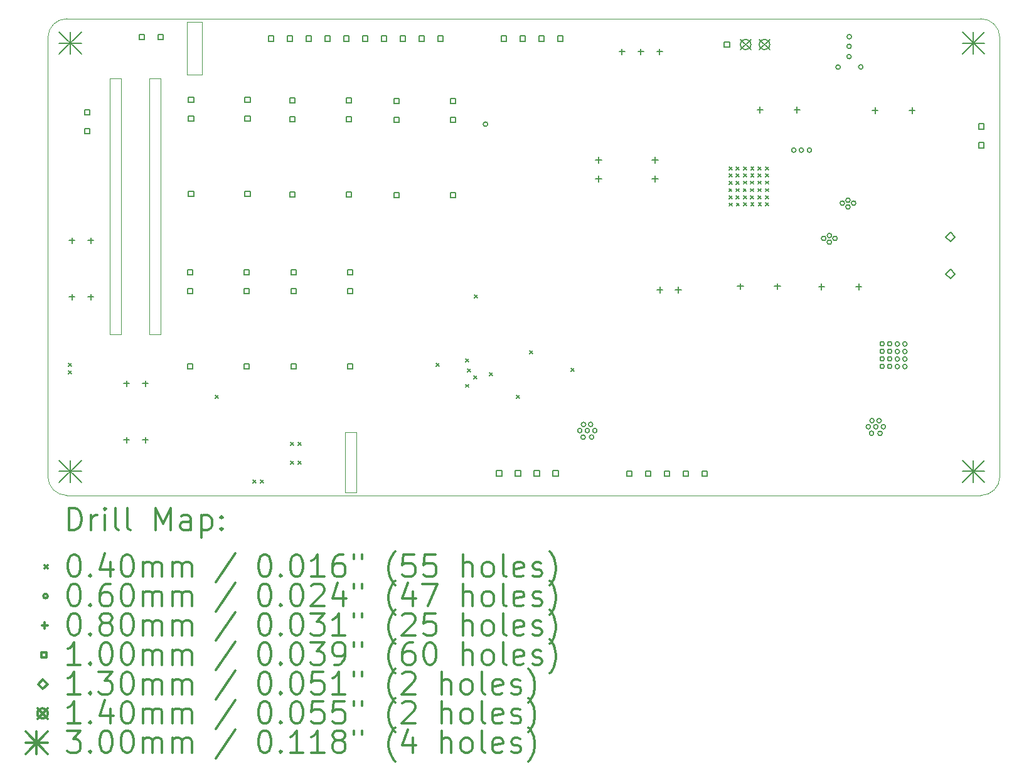
<source format=gbr>
%FSLAX45Y45*%
G04 Gerber Fmt 4.5, Leading zero omitted, Abs format (unit mm)*
G04 Created by KiCad (PCBNEW (5.1.4-0-10_14)) date 2019-11-24 22:14:01*
%MOMM*%
%LPD*%
G04 APERTURE LIST*
%ADD10C,0.050000*%
%ADD11C,0.200000*%
%ADD12C,0.300000*%
G04 APERTURE END LIST*
D10*
X10160000Y-5842000D02*
X9956800Y-5842000D01*
X10160000Y-6553200D02*
X10160000Y-5842000D01*
X9956800Y-6553200D02*
X10160000Y-6553200D01*
X9956800Y-5842000D02*
X9956800Y-6553200D01*
X9601200Y-10058400D02*
X9601200Y-6604000D01*
X9448800Y-10058400D02*
X9601200Y-10058400D01*
X9448800Y-6604000D02*
X9448800Y-10058400D01*
X9601200Y-6604000D02*
X9448800Y-6604000D01*
X12090400Y-11379200D02*
X12242800Y-11379200D01*
X12090400Y-12192000D02*
X12090400Y-11379200D01*
X12242800Y-12192000D02*
X12090400Y-12192000D01*
X12242800Y-11379200D02*
X12242800Y-12192000D01*
X8915400Y-10058400D02*
X8915400Y-6604000D01*
X9067800Y-10058400D02*
X8915400Y-10058400D01*
X9067800Y-6604000D02*
X9067800Y-10058400D01*
X8915400Y-6604000D02*
X9067800Y-6604000D01*
X8082300Y-6050100D02*
G75*
G02X8336300Y-5796100I254000J0D01*
G01*
X20672300Y-5796100D02*
G75*
G02X20926300Y-6050100I0J-254000D01*
G01*
X20926300Y-11975720D02*
G75*
G02X20672300Y-12229720I-254000J0D01*
G01*
X8336300Y-12229720D02*
G75*
G02X8082300Y-11975720I0J254000D01*
G01*
X20672300Y-5796100D02*
X8336300Y-5796100D01*
X20926300Y-11975720D02*
X20926300Y-6050100D01*
X8336300Y-12229720D02*
X20672300Y-12229720D01*
X8082300Y-6050100D02*
X8082300Y-11975720D01*
D11*
X8362000Y-10444800D02*
X8402000Y-10484800D01*
X8402000Y-10444800D02*
X8362000Y-10484800D01*
X8362000Y-10546400D02*
X8402000Y-10586400D01*
X8402000Y-10546400D02*
X8362000Y-10586400D01*
X10341940Y-10879470D02*
X10381940Y-10919470D01*
X10381940Y-10879470D02*
X10341940Y-10919470D01*
X10851200Y-12019600D02*
X10891200Y-12059600D01*
X10891200Y-12019600D02*
X10851200Y-12059600D01*
X10952800Y-12019600D02*
X10992800Y-12059600D01*
X10992800Y-12019600D02*
X10952800Y-12059600D01*
X11359200Y-11511600D02*
X11399200Y-11551600D01*
X11399200Y-11511600D02*
X11359200Y-11551600D01*
X11359200Y-11765600D02*
X11399200Y-11805600D01*
X11399200Y-11765600D02*
X11359200Y-11805600D01*
X11460800Y-11511600D02*
X11500800Y-11551600D01*
X11500800Y-11511600D02*
X11460800Y-11551600D01*
X11460800Y-11765600D02*
X11500800Y-11805600D01*
X11500800Y-11765600D02*
X11460800Y-11805600D01*
X13320810Y-10449010D02*
X13360810Y-10489010D01*
X13360810Y-10449010D02*
X13320810Y-10489010D01*
X13717890Y-10730240D02*
X13757890Y-10770240D01*
X13757890Y-10730240D02*
X13717890Y-10770240D01*
X13720560Y-10385820D02*
X13760560Y-10425820D01*
X13760560Y-10385820D02*
X13720560Y-10425820D01*
X13743270Y-10523090D02*
X13783270Y-10563090D01*
X13783270Y-10523090D02*
X13743270Y-10563090D01*
X13831960Y-10614970D02*
X13871960Y-10654970D01*
X13871960Y-10614970D02*
X13831960Y-10654970D01*
X13835650Y-9522260D02*
X13875650Y-9562260D01*
X13875650Y-9522260D02*
X13835650Y-9562260D01*
X14038680Y-10571730D02*
X14078680Y-10611730D01*
X14078680Y-10571730D02*
X14038680Y-10611730D01*
X14406360Y-10876060D02*
X14446360Y-10916060D01*
X14446360Y-10876060D02*
X14406360Y-10916060D01*
X14583880Y-10275310D02*
X14623880Y-10315310D01*
X14623880Y-10275310D02*
X14583880Y-10315310D01*
X15141620Y-10514340D02*
X15181620Y-10554340D01*
X15181620Y-10514340D02*
X15141620Y-10554340D01*
X17271000Y-8088950D02*
X17311000Y-8128950D01*
X17311000Y-8088950D02*
X17271000Y-8128950D01*
X17272300Y-7988620D02*
X17312300Y-8028620D01*
X17312300Y-7988620D02*
X17272300Y-8028620D01*
X17272300Y-8185470D02*
X17312300Y-8225470D01*
X17312300Y-8185470D02*
X17272300Y-8225470D01*
X17273600Y-7799390D02*
X17313600Y-7839390D01*
X17313600Y-7799390D02*
X17273600Y-7839390D01*
X17273600Y-7892100D02*
X17313600Y-7932100D01*
X17313600Y-7892100D02*
X17273600Y-7932100D01*
X17274900Y-8283260D02*
X17314900Y-8323260D01*
X17314900Y-8283260D02*
X17274900Y-8323260D01*
X17367600Y-8088950D02*
X17407600Y-8128950D01*
X17407600Y-8088950D02*
X17367600Y-8128950D01*
X17368800Y-7988620D02*
X17408800Y-8028620D01*
X17408800Y-7988620D02*
X17368800Y-8028620D01*
X17368800Y-8185470D02*
X17408800Y-8225470D01*
X17408800Y-8185470D02*
X17368800Y-8225470D01*
X17370100Y-7799390D02*
X17410100Y-7839390D01*
X17410100Y-7799390D02*
X17370100Y-7839390D01*
X17370100Y-7892100D02*
X17410100Y-7932100D01*
X17410100Y-7892100D02*
X17370100Y-7932100D01*
X17371400Y-8283260D02*
X17411400Y-8323260D01*
X17411400Y-8283260D02*
X17371400Y-8323260D01*
X17466600Y-8087680D02*
X17506600Y-8127680D01*
X17506600Y-8087680D02*
X17466600Y-8127680D01*
X17467900Y-7987350D02*
X17507900Y-8027350D01*
X17507900Y-7987350D02*
X17467900Y-8027350D01*
X17467900Y-8184200D02*
X17507900Y-8224200D01*
X17507900Y-8184200D02*
X17467900Y-8224200D01*
X17469200Y-7798120D02*
X17509200Y-7838120D01*
X17509200Y-7798120D02*
X17469200Y-7838120D01*
X17469200Y-7890830D02*
X17509200Y-7930830D01*
X17509200Y-7890830D02*
X17469200Y-7930830D01*
X17470400Y-8281990D02*
X17510400Y-8321990D01*
X17510400Y-8281990D02*
X17470400Y-8321990D01*
X17564400Y-8087680D02*
X17604400Y-8127680D01*
X17604400Y-8087680D02*
X17564400Y-8127680D01*
X17565700Y-7987350D02*
X17605700Y-8027350D01*
X17605700Y-7987350D02*
X17565700Y-8027350D01*
X17565700Y-8184200D02*
X17605700Y-8224200D01*
X17605700Y-8184200D02*
X17565700Y-8224200D01*
X17567000Y-7798120D02*
X17607000Y-7838120D01*
X17607000Y-7798120D02*
X17567000Y-7838120D01*
X17567000Y-7890830D02*
X17607000Y-7930830D01*
X17607000Y-7890830D02*
X17567000Y-7930830D01*
X17568200Y-8281990D02*
X17608200Y-8321990D01*
X17608200Y-8281990D02*
X17568200Y-8321990D01*
X17664800Y-8087680D02*
X17704800Y-8127680D01*
X17704800Y-8087680D02*
X17664800Y-8127680D01*
X17666000Y-7987350D02*
X17706000Y-8027350D01*
X17706000Y-7987350D02*
X17666000Y-8027350D01*
X17666000Y-8184200D02*
X17706000Y-8224200D01*
X17706000Y-8184200D02*
X17666000Y-8224200D01*
X17667300Y-7798120D02*
X17707300Y-7838120D01*
X17707300Y-7798120D02*
X17667300Y-7838120D01*
X17667300Y-7890830D02*
X17707300Y-7930830D01*
X17707300Y-7890830D02*
X17667300Y-7930830D01*
X17668600Y-8281990D02*
X17708600Y-8321990D01*
X17708600Y-8281990D02*
X17668600Y-8321990D01*
X17765100Y-8087680D02*
X17805100Y-8127680D01*
X17805100Y-8087680D02*
X17765100Y-8127680D01*
X17766400Y-7987350D02*
X17806400Y-8027350D01*
X17806400Y-7987350D02*
X17766400Y-8027350D01*
X17766400Y-8184200D02*
X17806400Y-8224200D01*
X17806400Y-8184200D02*
X17766400Y-8224200D01*
X17767600Y-7798120D02*
X17807600Y-7838120D01*
X17807600Y-7798120D02*
X17767600Y-7838120D01*
X17767600Y-7890830D02*
X17807600Y-7930830D01*
X17807600Y-7890830D02*
X17767600Y-7930830D01*
X17768900Y-8281990D02*
X17808900Y-8321990D01*
X17808900Y-8281990D02*
X17768900Y-8321990D01*
X14016320Y-7218720D02*
G75*
G03X14016320Y-7218720I-30000J0D01*
G01*
X15289000Y-11353800D02*
G75*
G03X15289000Y-11353800I-30000J0D01*
G01*
X15333500Y-11442700D02*
G75*
G03X15333500Y-11442700I-30000J0D01*
G01*
X15339800Y-11271200D02*
G75*
G03X15339800Y-11271200I-30000J0D01*
G01*
X15390600Y-11353800D02*
G75*
G03X15390600Y-11353800I-30000J0D01*
G01*
X15435100Y-11271200D02*
G75*
G03X15435100Y-11271200I-30000J0D01*
G01*
X15447800Y-11442700D02*
G75*
G03X15447800Y-11442700I-30000J0D01*
G01*
X15492200Y-11353800D02*
G75*
G03X15492200Y-11353800I-30000J0D01*
G01*
X18177000Y-7569200D02*
G75*
G03X18177000Y-7569200I-30000J0D01*
G01*
X18279900Y-7569200D02*
G75*
G03X18279900Y-7569200I-30000J0D01*
G01*
X18387800Y-7569200D02*
G75*
G03X18387800Y-7569200I-30000J0D01*
G01*
X18580900Y-8760460D02*
G75*
G03X18580900Y-8760460I-30000J0D01*
G01*
X18657100Y-8722360D02*
G75*
G03X18657100Y-8722360I-30000J0D01*
G01*
X18657100Y-8811260D02*
G75*
G03X18657100Y-8811260I-30000J0D01*
G01*
X18733300Y-8760460D02*
G75*
G03X18733300Y-8760460I-30000J0D01*
G01*
X18773900Y-6449060D02*
G75*
G03X18773900Y-6449060I-30000J0D01*
G01*
X18831100Y-8284210D02*
G75*
G03X18831100Y-8284210I-30000J0D01*
G01*
X18907300Y-8246110D02*
G75*
G03X18907300Y-8246110I-30000J0D01*
G01*
X18907300Y-8335010D02*
G75*
G03X18907300Y-8335010I-30000J0D01*
G01*
X18922500Y-6168390D02*
G75*
G03X18922500Y-6168390I-30000J0D01*
G01*
X18922500Y-6306820D02*
G75*
G03X18922500Y-6306820I-30000J0D01*
G01*
X18925100Y-6038850D02*
G75*
G03X18925100Y-6038850I-30000J0D01*
G01*
X18983500Y-8284210D02*
G75*
G03X18983500Y-8284210I-30000J0D01*
G01*
X19080000Y-6446520D02*
G75*
G03X19080000Y-6446520I-30000J0D01*
G01*
X19181600Y-11303000D02*
G75*
G03X19181600Y-11303000I-30000J0D01*
G01*
X19226000Y-11391900D02*
G75*
G03X19226000Y-11391900I-30000J0D01*
G01*
X19232400Y-11220400D02*
G75*
G03X19232400Y-11220400I-30000J0D01*
G01*
X19283200Y-11303000D02*
G75*
G03X19283200Y-11303000I-30000J0D01*
G01*
X19327600Y-11220400D02*
G75*
G03X19327600Y-11220400I-30000J0D01*
G01*
X19340400Y-11391900D02*
G75*
G03X19340400Y-11391900I-30000J0D01*
G01*
X19369600Y-10182900D02*
G75*
G03X19369600Y-10182900I-30000J0D01*
G01*
X19369600Y-10284500D02*
G75*
G03X19369600Y-10284500I-30000J0D01*
G01*
X19369600Y-10386100D02*
G75*
G03X19369600Y-10386100I-30000J0D01*
G01*
X19369600Y-10487700D02*
G75*
G03X19369600Y-10487700I-30000J0D01*
G01*
X19384800Y-11303000D02*
G75*
G03X19384800Y-11303000I-30000J0D01*
G01*
X19471200Y-10182900D02*
G75*
G03X19471200Y-10182900I-30000J0D01*
G01*
X19471200Y-10284500D02*
G75*
G03X19471200Y-10284500I-30000J0D01*
G01*
X19471200Y-10386100D02*
G75*
G03X19471200Y-10386100I-30000J0D01*
G01*
X19471200Y-10487700D02*
G75*
G03X19471200Y-10487700I-30000J0D01*
G01*
X19575300Y-10185400D02*
G75*
G03X19575300Y-10185400I-30000J0D01*
G01*
X19575300Y-10287000D02*
G75*
G03X19575300Y-10287000I-30000J0D01*
G01*
X19575300Y-10388600D02*
G75*
G03X19575300Y-10388600I-30000J0D01*
G01*
X19575300Y-10490200D02*
G75*
G03X19575300Y-10490200I-30000J0D01*
G01*
X19676900Y-10185400D02*
G75*
G03X19676900Y-10185400I-30000J0D01*
G01*
X19676900Y-10287000D02*
G75*
G03X19676900Y-10287000I-30000J0D01*
G01*
X19676900Y-10388600D02*
G75*
G03X19676900Y-10388600I-30000J0D01*
G01*
X19676900Y-10490200D02*
G75*
G03X19676900Y-10490200I-30000J0D01*
G01*
X18522400Y-9371720D02*
X18522400Y-9451720D01*
X18482400Y-9411720D02*
X18562400Y-9411720D01*
X19022400Y-9371720D02*
X19022400Y-9451720D01*
X18982400Y-9411720D02*
X19062400Y-9411720D01*
X17426000Y-9367140D02*
X17426000Y-9447140D01*
X17386000Y-9407140D02*
X17466000Y-9407140D01*
X17926000Y-9367140D02*
X17926000Y-9447140D01*
X17886000Y-9407140D02*
X17966000Y-9407140D01*
X15511300Y-7661300D02*
X15511300Y-7741300D01*
X15471300Y-7701300D02*
X15551300Y-7701300D01*
X15511300Y-7915300D02*
X15511300Y-7995300D01*
X15471300Y-7955300D02*
X15551300Y-7955300D01*
X16273300Y-7661300D02*
X16273300Y-7741300D01*
X16233300Y-7701300D02*
X16313300Y-7701300D01*
X16273300Y-7915300D02*
X16273300Y-7995300D01*
X16233300Y-7955300D02*
X16313300Y-7955300D01*
X19243400Y-6991990D02*
X19243400Y-7071990D01*
X19203400Y-7031990D02*
X19283400Y-7031990D01*
X19743400Y-6991990D02*
X19743400Y-7071990D01*
X19703400Y-7031990D02*
X19783400Y-7031990D01*
X16338800Y-9414900D02*
X16338800Y-9494900D01*
X16298800Y-9454900D02*
X16378800Y-9454900D01*
X16588800Y-9414900D02*
X16588800Y-9494900D01*
X16548800Y-9454900D02*
X16628800Y-9454900D01*
X9144000Y-10678800D02*
X9144000Y-10758800D01*
X9104000Y-10718800D02*
X9184000Y-10718800D01*
X9144000Y-11440800D02*
X9144000Y-11520800D01*
X9104000Y-11480800D02*
X9184000Y-11480800D01*
X9398000Y-10678800D02*
X9398000Y-10758800D01*
X9358000Y-10718800D02*
X9438000Y-10718800D01*
X9398000Y-11440800D02*
X9398000Y-11520800D01*
X9358000Y-11480800D02*
X9438000Y-11480800D01*
X16083500Y-6200530D02*
X16083500Y-6280530D01*
X16043500Y-6240530D02*
X16123500Y-6240530D01*
X16337500Y-6200530D02*
X16337500Y-6280530D01*
X16297500Y-6240530D02*
X16377500Y-6240530D01*
X8407400Y-8748400D02*
X8407400Y-8828400D01*
X8367400Y-8788400D02*
X8447400Y-8788400D01*
X8407400Y-9510400D02*
X8407400Y-9590400D01*
X8367400Y-9550400D02*
X8447400Y-9550400D01*
X8661400Y-8748400D02*
X8661400Y-8828400D01*
X8621400Y-8788400D02*
X8701400Y-8788400D01*
X8661400Y-9510400D02*
X8661400Y-9590400D01*
X8621400Y-9550400D02*
X8701400Y-9550400D01*
X17691100Y-6984370D02*
X17691100Y-7064370D01*
X17651100Y-7024370D02*
X17731100Y-7024370D01*
X18191100Y-6984370D02*
X18191100Y-7064370D01*
X18151100Y-7024370D02*
X18231100Y-7024370D01*
X15829500Y-6200530D02*
X15829500Y-6280530D01*
X15789500Y-6240530D02*
X15869500Y-6240530D01*
X8645956Y-7096556D02*
X8645956Y-7025844D01*
X8575244Y-7025844D01*
X8575244Y-7096556D01*
X8645956Y-7096556D01*
X8645956Y-7350556D02*
X8645956Y-7279844D01*
X8575244Y-7279844D01*
X8575244Y-7350556D01*
X8645956Y-7350556D01*
X15961156Y-11973356D02*
X15961156Y-11902644D01*
X15890444Y-11902644D01*
X15890444Y-11973356D01*
X15961156Y-11973356D01*
X16215156Y-11973356D02*
X16215156Y-11902644D01*
X16144444Y-11902644D01*
X16144444Y-11973356D01*
X16215156Y-11973356D01*
X16469156Y-11973356D02*
X16469156Y-11902644D01*
X16398444Y-11902644D01*
X16398444Y-11973356D01*
X16469156Y-11973356D01*
X16723156Y-11973356D02*
X16723156Y-11902644D01*
X16652444Y-11902644D01*
X16652444Y-11973356D01*
X16723156Y-11973356D01*
X16977156Y-11973356D02*
X16977156Y-11902644D01*
X16906444Y-11902644D01*
X16906444Y-11973356D01*
X16977156Y-11973356D01*
X14526056Y-6099606D02*
X14526056Y-6028894D01*
X14455344Y-6028894D01*
X14455344Y-6099606D01*
X14526056Y-6099606D01*
X14780056Y-6099606D02*
X14780056Y-6028894D01*
X14709344Y-6028894D01*
X14709344Y-6099606D01*
X14780056Y-6099606D01*
X15034056Y-6099606D02*
X15034056Y-6028894D01*
X14963344Y-6028894D01*
X14963344Y-6099606D01*
X15034056Y-6099606D01*
X11433556Y-9255556D02*
X11433556Y-9184844D01*
X11362844Y-9184844D01*
X11362844Y-9255556D01*
X11433556Y-9255556D01*
X11433556Y-9509556D02*
X11433556Y-9438844D01*
X11362844Y-9438844D01*
X11362844Y-9509556D01*
X11433556Y-9509556D01*
X11433556Y-10525556D02*
X11433556Y-10454844D01*
X11362844Y-10454844D01*
X11362844Y-10525556D01*
X11433556Y-10525556D01*
X12195556Y-9255556D02*
X12195556Y-9184844D01*
X12124844Y-9184844D01*
X12124844Y-9255556D01*
X12195556Y-9255556D01*
X12195556Y-9509556D02*
X12195556Y-9438844D01*
X12124844Y-9438844D01*
X12124844Y-9509556D01*
X12195556Y-9509556D01*
X12195556Y-10525556D02*
X12195556Y-10454844D01*
X12124844Y-10454844D01*
X12124844Y-10525556D01*
X12195556Y-10525556D01*
X20712256Y-7285786D02*
X20712256Y-7215074D01*
X20641544Y-7215074D01*
X20641544Y-7285786D01*
X20712256Y-7285786D01*
X20712256Y-7539786D02*
X20712256Y-7469074D01*
X20641544Y-7469074D01*
X20641544Y-7539786D01*
X20712256Y-7539786D01*
X11128756Y-6099606D02*
X11128756Y-6028894D01*
X11058044Y-6028894D01*
X11058044Y-6099606D01*
X11128756Y-6099606D01*
X11382756Y-6099606D02*
X11382756Y-6028894D01*
X11312044Y-6028894D01*
X11312044Y-6099606D01*
X11382756Y-6099606D01*
X11636756Y-6099606D02*
X11636756Y-6028894D01*
X11566044Y-6028894D01*
X11566044Y-6099606D01*
X11636756Y-6099606D01*
X11890756Y-6099606D02*
X11890756Y-6028894D01*
X11820044Y-6028894D01*
X11820044Y-6099606D01*
X11890756Y-6099606D01*
X14272056Y-6099606D02*
X14272056Y-6028894D01*
X14201344Y-6028894D01*
X14201344Y-6099606D01*
X14272056Y-6099606D01*
X12144756Y-6099606D02*
X12144756Y-6028894D01*
X12074044Y-6028894D01*
X12074044Y-6099606D01*
X12144756Y-6099606D01*
X12398756Y-6099606D02*
X12398756Y-6028894D01*
X12328044Y-6028894D01*
X12328044Y-6099606D01*
X12398756Y-6099606D01*
X12652756Y-6099606D02*
X12652756Y-6028894D01*
X12582044Y-6028894D01*
X12582044Y-6099606D01*
X12652756Y-6099606D01*
X12906756Y-6099606D02*
X12906756Y-6028894D01*
X12836044Y-6028894D01*
X12836044Y-6099606D01*
X12906756Y-6099606D01*
X14712756Y-11965756D02*
X14712756Y-11895044D01*
X14642044Y-11895044D01*
X14642044Y-11965756D01*
X14712756Y-11965756D01*
X14966756Y-11965756D02*
X14966756Y-11895044D01*
X14896044Y-11895044D01*
X14896044Y-11965756D01*
X14966756Y-11965756D01*
X13160756Y-6099606D02*
X13160756Y-6028894D01*
X13090044Y-6028894D01*
X13090044Y-6099606D01*
X13160756Y-6099606D01*
X13414756Y-6099606D02*
X13414756Y-6028894D01*
X13344044Y-6028894D01*
X13344044Y-6099606D01*
X13414756Y-6099606D01*
X14204756Y-11965756D02*
X14204756Y-11895044D01*
X14134044Y-11895044D01*
X14134044Y-11965756D01*
X14204756Y-11965756D01*
X14458756Y-11965756D02*
X14458756Y-11895044D01*
X14388044Y-11895044D01*
X14388044Y-11965756D01*
X14458756Y-11965756D01*
X12824256Y-6944156D02*
X12824256Y-6873444D01*
X12753544Y-6873444D01*
X12753544Y-6944156D01*
X12824256Y-6944156D01*
X12824256Y-7198156D02*
X12824256Y-7127444D01*
X12753544Y-7127444D01*
X12753544Y-7198156D01*
X12824256Y-7198156D01*
X12824256Y-8214156D02*
X12824256Y-8143444D01*
X12753544Y-8143444D01*
X12753544Y-8214156D01*
X12824256Y-8214156D01*
X13586256Y-6944156D02*
X13586256Y-6873444D01*
X13515544Y-6873444D01*
X13515544Y-6944156D01*
X13586256Y-6944156D01*
X13586256Y-7198156D02*
X13586256Y-7127444D01*
X13515544Y-7127444D01*
X13515544Y-7198156D01*
X13586256Y-7198156D01*
X13586256Y-8214156D02*
X13586256Y-8143444D01*
X13515544Y-8143444D01*
X13515544Y-8214156D01*
X13586256Y-8214156D01*
X10036556Y-9255556D02*
X10036556Y-9184844D01*
X9965844Y-9184844D01*
X9965844Y-9255556D01*
X10036556Y-9255556D01*
X10036556Y-9509556D02*
X10036556Y-9438844D01*
X9965844Y-9438844D01*
X9965844Y-9509556D01*
X10036556Y-9509556D01*
X10036556Y-10525556D02*
X10036556Y-10454844D01*
X9965844Y-10454844D01*
X9965844Y-10525556D01*
X10036556Y-10525556D01*
X10798556Y-9255556D02*
X10798556Y-9184844D01*
X10727844Y-9184844D01*
X10727844Y-9255556D01*
X10798556Y-9255556D01*
X10798556Y-9509556D02*
X10798556Y-9438844D01*
X10727844Y-9438844D01*
X10727844Y-9509556D01*
X10798556Y-9509556D01*
X10798556Y-10525556D02*
X10798556Y-10454844D01*
X10727844Y-10454844D01*
X10727844Y-10525556D01*
X10798556Y-10525556D01*
X10049356Y-6925106D02*
X10049356Y-6854394D01*
X9978644Y-6854394D01*
X9978644Y-6925106D01*
X10049356Y-6925106D01*
X10049356Y-7179106D02*
X10049356Y-7108394D01*
X9978644Y-7108394D01*
X9978644Y-7179106D01*
X10049356Y-7179106D01*
X10049356Y-8195106D02*
X10049356Y-8124394D01*
X9978644Y-8124394D01*
X9978644Y-8195106D01*
X10049356Y-8195106D01*
X17279256Y-6179366D02*
X17279256Y-6108654D01*
X17208544Y-6108654D01*
X17208544Y-6179366D01*
X17279256Y-6179366D01*
X10811356Y-8195106D02*
X10811356Y-8124394D01*
X10740644Y-8124394D01*
X10740644Y-8195106D01*
X10811356Y-8195106D01*
X11414556Y-6931456D02*
X11414556Y-6860744D01*
X11343844Y-6860744D01*
X11343844Y-6931456D01*
X11414556Y-6931456D01*
X11414556Y-7185456D02*
X11414556Y-7114744D01*
X11343844Y-7114744D01*
X11343844Y-7185456D01*
X11414556Y-7185456D01*
X11414556Y-8201456D02*
X11414556Y-8130744D01*
X11343844Y-8130744D01*
X11343844Y-8201456D01*
X11414556Y-8201456D01*
X12176556Y-6931456D02*
X12176556Y-6860744D01*
X12105844Y-6860744D01*
X12105844Y-6931456D01*
X12176556Y-6931456D01*
X12176556Y-7185456D02*
X12176556Y-7114744D01*
X12105844Y-7114744D01*
X12105844Y-7185456D01*
X12176556Y-7185456D01*
X12176556Y-8201456D02*
X12176556Y-8130744D01*
X12105844Y-8130744D01*
X12105844Y-8201456D01*
X12176556Y-8201456D01*
X10811356Y-6925106D02*
X10811356Y-6854394D01*
X10740644Y-6854394D01*
X10740644Y-6925106D01*
X10811356Y-6925106D01*
X10811356Y-7179106D02*
X10811356Y-7108394D01*
X10740644Y-7108394D01*
X10740644Y-7179106D01*
X10811356Y-7179106D01*
X9382556Y-6080556D02*
X9382556Y-6009844D01*
X9311844Y-6009844D01*
X9311844Y-6080556D01*
X9382556Y-6080556D01*
X9636556Y-6080556D02*
X9636556Y-6009844D01*
X9565844Y-6009844D01*
X9565844Y-6080556D01*
X9636556Y-6080556D01*
X20260100Y-8806160D02*
X20325100Y-8741160D01*
X20260100Y-8676160D01*
X20195100Y-8741160D01*
X20260100Y-8806160D01*
X20260100Y-9306160D02*
X20325100Y-9241160D01*
X20260100Y-9176160D01*
X20195100Y-9241160D01*
X20260100Y-9306160D01*
X17427900Y-6074010D02*
X17567900Y-6214010D01*
X17567900Y-6074010D02*
X17427900Y-6214010D01*
X17567900Y-6144010D02*
G75*
G03X17567900Y-6144010I-70000J0D01*
G01*
X17681900Y-6074010D02*
X17821900Y-6214010D01*
X17821900Y-6074010D02*
X17681900Y-6214010D01*
X17821900Y-6144010D02*
G75*
G03X17821900Y-6144010I-70000J0D01*
G01*
X20420700Y-5974700D02*
X20720700Y-6274700D01*
X20720700Y-5974700D02*
X20420700Y-6274700D01*
X20570700Y-5974700D02*
X20570700Y-6274700D01*
X20420700Y-6124700D02*
X20720700Y-6124700D01*
X8235500Y-11753900D02*
X8535500Y-12053900D01*
X8535500Y-11753900D02*
X8235500Y-12053900D01*
X8385500Y-11753900D02*
X8385500Y-12053900D01*
X8235500Y-11903900D02*
X8535500Y-11903900D01*
X20420700Y-11753900D02*
X20720700Y-12053900D01*
X20720700Y-11753900D02*
X20420700Y-12053900D01*
X20570700Y-11753900D02*
X20570700Y-12053900D01*
X20420700Y-11903900D02*
X20720700Y-11903900D01*
X8235500Y-5974700D02*
X8535500Y-6274700D01*
X8535500Y-5974700D02*
X8235500Y-6274700D01*
X8385500Y-5974700D02*
X8385500Y-6274700D01*
X8235500Y-6124700D02*
X8535500Y-6124700D01*
D12*
X8366228Y-12697934D02*
X8366228Y-12397934D01*
X8437657Y-12397934D01*
X8480514Y-12412220D01*
X8509086Y-12440791D01*
X8523371Y-12469363D01*
X8537657Y-12526506D01*
X8537657Y-12569363D01*
X8523371Y-12626506D01*
X8509086Y-12655077D01*
X8480514Y-12683649D01*
X8437657Y-12697934D01*
X8366228Y-12697934D01*
X8666228Y-12697934D02*
X8666228Y-12497934D01*
X8666228Y-12555077D02*
X8680514Y-12526506D01*
X8694800Y-12512220D01*
X8723371Y-12497934D01*
X8751943Y-12497934D01*
X8851943Y-12697934D02*
X8851943Y-12497934D01*
X8851943Y-12397934D02*
X8837657Y-12412220D01*
X8851943Y-12426506D01*
X8866228Y-12412220D01*
X8851943Y-12397934D01*
X8851943Y-12426506D01*
X9037657Y-12697934D02*
X9009086Y-12683649D01*
X8994800Y-12655077D01*
X8994800Y-12397934D01*
X9194800Y-12697934D02*
X9166228Y-12683649D01*
X9151943Y-12655077D01*
X9151943Y-12397934D01*
X9537657Y-12697934D02*
X9537657Y-12397934D01*
X9637657Y-12612220D01*
X9737657Y-12397934D01*
X9737657Y-12697934D01*
X10009086Y-12697934D02*
X10009086Y-12540791D01*
X9994800Y-12512220D01*
X9966228Y-12497934D01*
X9909086Y-12497934D01*
X9880514Y-12512220D01*
X10009086Y-12683649D02*
X9980514Y-12697934D01*
X9909086Y-12697934D01*
X9880514Y-12683649D01*
X9866228Y-12655077D01*
X9866228Y-12626506D01*
X9880514Y-12597934D01*
X9909086Y-12583649D01*
X9980514Y-12583649D01*
X10009086Y-12569363D01*
X10151943Y-12497934D02*
X10151943Y-12797934D01*
X10151943Y-12512220D02*
X10180514Y-12497934D01*
X10237657Y-12497934D01*
X10266228Y-12512220D01*
X10280514Y-12526506D01*
X10294800Y-12555077D01*
X10294800Y-12640791D01*
X10280514Y-12669363D01*
X10266228Y-12683649D01*
X10237657Y-12697934D01*
X10180514Y-12697934D01*
X10151943Y-12683649D01*
X10423371Y-12669363D02*
X10437657Y-12683649D01*
X10423371Y-12697934D01*
X10409086Y-12683649D01*
X10423371Y-12669363D01*
X10423371Y-12697934D01*
X10423371Y-12512220D02*
X10437657Y-12526506D01*
X10423371Y-12540791D01*
X10409086Y-12526506D01*
X10423371Y-12512220D01*
X10423371Y-12540791D01*
X8039800Y-13172220D02*
X8079800Y-13212220D01*
X8079800Y-13172220D02*
X8039800Y-13212220D01*
X8423371Y-13027934D02*
X8451943Y-13027934D01*
X8480514Y-13042220D01*
X8494800Y-13056506D01*
X8509086Y-13085077D01*
X8523371Y-13142220D01*
X8523371Y-13213649D01*
X8509086Y-13270791D01*
X8494800Y-13299363D01*
X8480514Y-13313649D01*
X8451943Y-13327934D01*
X8423371Y-13327934D01*
X8394800Y-13313649D01*
X8380514Y-13299363D01*
X8366228Y-13270791D01*
X8351943Y-13213649D01*
X8351943Y-13142220D01*
X8366228Y-13085077D01*
X8380514Y-13056506D01*
X8394800Y-13042220D01*
X8423371Y-13027934D01*
X8651943Y-13299363D02*
X8666228Y-13313649D01*
X8651943Y-13327934D01*
X8637657Y-13313649D01*
X8651943Y-13299363D01*
X8651943Y-13327934D01*
X8923371Y-13127934D02*
X8923371Y-13327934D01*
X8851943Y-13013649D02*
X8780514Y-13227934D01*
X8966228Y-13227934D01*
X9137657Y-13027934D02*
X9166228Y-13027934D01*
X9194800Y-13042220D01*
X9209086Y-13056506D01*
X9223371Y-13085077D01*
X9237657Y-13142220D01*
X9237657Y-13213649D01*
X9223371Y-13270791D01*
X9209086Y-13299363D01*
X9194800Y-13313649D01*
X9166228Y-13327934D01*
X9137657Y-13327934D01*
X9109086Y-13313649D01*
X9094800Y-13299363D01*
X9080514Y-13270791D01*
X9066228Y-13213649D01*
X9066228Y-13142220D01*
X9080514Y-13085077D01*
X9094800Y-13056506D01*
X9109086Y-13042220D01*
X9137657Y-13027934D01*
X9366228Y-13327934D02*
X9366228Y-13127934D01*
X9366228Y-13156506D02*
X9380514Y-13142220D01*
X9409086Y-13127934D01*
X9451943Y-13127934D01*
X9480514Y-13142220D01*
X9494800Y-13170791D01*
X9494800Y-13327934D01*
X9494800Y-13170791D02*
X9509086Y-13142220D01*
X9537657Y-13127934D01*
X9580514Y-13127934D01*
X9609086Y-13142220D01*
X9623371Y-13170791D01*
X9623371Y-13327934D01*
X9766228Y-13327934D02*
X9766228Y-13127934D01*
X9766228Y-13156506D02*
X9780514Y-13142220D01*
X9809086Y-13127934D01*
X9851943Y-13127934D01*
X9880514Y-13142220D01*
X9894800Y-13170791D01*
X9894800Y-13327934D01*
X9894800Y-13170791D02*
X9909086Y-13142220D01*
X9937657Y-13127934D01*
X9980514Y-13127934D01*
X10009086Y-13142220D01*
X10023371Y-13170791D01*
X10023371Y-13327934D01*
X10609086Y-13013649D02*
X10351943Y-13399363D01*
X10994800Y-13027934D02*
X11023371Y-13027934D01*
X11051943Y-13042220D01*
X11066228Y-13056506D01*
X11080514Y-13085077D01*
X11094800Y-13142220D01*
X11094800Y-13213649D01*
X11080514Y-13270791D01*
X11066228Y-13299363D01*
X11051943Y-13313649D01*
X11023371Y-13327934D01*
X10994800Y-13327934D01*
X10966228Y-13313649D01*
X10951943Y-13299363D01*
X10937657Y-13270791D01*
X10923371Y-13213649D01*
X10923371Y-13142220D01*
X10937657Y-13085077D01*
X10951943Y-13056506D01*
X10966228Y-13042220D01*
X10994800Y-13027934D01*
X11223371Y-13299363D02*
X11237657Y-13313649D01*
X11223371Y-13327934D01*
X11209086Y-13313649D01*
X11223371Y-13299363D01*
X11223371Y-13327934D01*
X11423371Y-13027934D02*
X11451943Y-13027934D01*
X11480514Y-13042220D01*
X11494800Y-13056506D01*
X11509086Y-13085077D01*
X11523371Y-13142220D01*
X11523371Y-13213649D01*
X11509086Y-13270791D01*
X11494800Y-13299363D01*
X11480514Y-13313649D01*
X11451943Y-13327934D01*
X11423371Y-13327934D01*
X11394800Y-13313649D01*
X11380514Y-13299363D01*
X11366228Y-13270791D01*
X11351943Y-13213649D01*
X11351943Y-13142220D01*
X11366228Y-13085077D01*
X11380514Y-13056506D01*
X11394800Y-13042220D01*
X11423371Y-13027934D01*
X11809086Y-13327934D02*
X11637657Y-13327934D01*
X11723371Y-13327934D02*
X11723371Y-13027934D01*
X11694800Y-13070791D01*
X11666228Y-13099363D01*
X11637657Y-13113649D01*
X12066228Y-13027934D02*
X12009086Y-13027934D01*
X11980514Y-13042220D01*
X11966228Y-13056506D01*
X11937657Y-13099363D01*
X11923371Y-13156506D01*
X11923371Y-13270791D01*
X11937657Y-13299363D01*
X11951943Y-13313649D01*
X11980514Y-13327934D01*
X12037657Y-13327934D01*
X12066228Y-13313649D01*
X12080514Y-13299363D01*
X12094800Y-13270791D01*
X12094800Y-13199363D01*
X12080514Y-13170791D01*
X12066228Y-13156506D01*
X12037657Y-13142220D01*
X11980514Y-13142220D01*
X11951943Y-13156506D01*
X11937657Y-13170791D01*
X11923371Y-13199363D01*
X12209086Y-13027934D02*
X12209086Y-13085077D01*
X12323371Y-13027934D02*
X12323371Y-13085077D01*
X12766228Y-13442220D02*
X12751943Y-13427934D01*
X12723371Y-13385077D01*
X12709086Y-13356506D01*
X12694800Y-13313649D01*
X12680514Y-13242220D01*
X12680514Y-13185077D01*
X12694800Y-13113649D01*
X12709086Y-13070791D01*
X12723371Y-13042220D01*
X12751943Y-12999363D01*
X12766228Y-12985077D01*
X13023371Y-13027934D02*
X12880514Y-13027934D01*
X12866228Y-13170791D01*
X12880514Y-13156506D01*
X12909086Y-13142220D01*
X12980514Y-13142220D01*
X13009086Y-13156506D01*
X13023371Y-13170791D01*
X13037657Y-13199363D01*
X13037657Y-13270791D01*
X13023371Y-13299363D01*
X13009086Y-13313649D01*
X12980514Y-13327934D01*
X12909086Y-13327934D01*
X12880514Y-13313649D01*
X12866228Y-13299363D01*
X13309086Y-13027934D02*
X13166228Y-13027934D01*
X13151943Y-13170791D01*
X13166228Y-13156506D01*
X13194800Y-13142220D01*
X13266228Y-13142220D01*
X13294800Y-13156506D01*
X13309086Y-13170791D01*
X13323371Y-13199363D01*
X13323371Y-13270791D01*
X13309086Y-13299363D01*
X13294800Y-13313649D01*
X13266228Y-13327934D01*
X13194800Y-13327934D01*
X13166228Y-13313649D01*
X13151943Y-13299363D01*
X13680514Y-13327934D02*
X13680514Y-13027934D01*
X13809086Y-13327934D02*
X13809086Y-13170791D01*
X13794800Y-13142220D01*
X13766228Y-13127934D01*
X13723371Y-13127934D01*
X13694800Y-13142220D01*
X13680514Y-13156506D01*
X13994800Y-13327934D02*
X13966228Y-13313649D01*
X13951943Y-13299363D01*
X13937657Y-13270791D01*
X13937657Y-13185077D01*
X13951943Y-13156506D01*
X13966228Y-13142220D01*
X13994800Y-13127934D01*
X14037657Y-13127934D01*
X14066228Y-13142220D01*
X14080514Y-13156506D01*
X14094800Y-13185077D01*
X14094800Y-13270791D01*
X14080514Y-13299363D01*
X14066228Y-13313649D01*
X14037657Y-13327934D01*
X13994800Y-13327934D01*
X14266228Y-13327934D02*
X14237657Y-13313649D01*
X14223371Y-13285077D01*
X14223371Y-13027934D01*
X14494800Y-13313649D02*
X14466228Y-13327934D01*
X14409086Y-13327934D01*
X14380514Y-13313649D01*
X14366228Y-13285077D01*
X14366228Y-13170791D01*
X14380514Y-13142220D01*
X14409086Y-13127934D01*
X14466228Y-13127934D01*
X14494800Y-13142220D01*
X14509086Y-13170791D01*
X14509086Y-13199363D01*
X14366228Y-13227934D01*
X14623371Y-13313649D02*
X14651943Y-13327934D01*
X14709086Y-13327934D01*
X14737657Y-13313649D01*
X14751943Y-13285077D01*
X14751943Y-13270791D01*
X14737657Y-13242220D01*
X14709086Y-13227934D01*
X14666228Y-13227934D01*
X14637657Y-13213649D01*
X14623371Y-13185077D01*
X14623371Y-13170791D01*
X14637657Y-13142220D01*
X14666228Y-13127934D01*
X14709086Y-13127934D01*
X14737657Y-13142220D01*
X14851943Y-13442220D02*
X14866228Y-13427934D01*
X14894800Y-13385077D01*
X14909086Y-13356506D01*
X14923371Y-13313649D01*
X14937657Y-13242220D01*
X14937657Y-13185077D01*
X14923371Y-13113649D01*
X14909086Y-13070791D01*
X14894800Y-13042220D01*
X14866228Y-12999363D01*
X14851943Y-12985077D01*
X8079800Y-13588220D02*
G75*
G03X8079800Y-13588220I-30000J0D01*
G01*
X8423371Y-13423934D02*
X8451943Y-13423934D01*
X8480514Y-13438220D01*
X8494800Y-13452506D01*
X8509086Y-13481077D01*
X8523371Y-13538220D01*
X8523371Y-13609649D01*
X8509086Y-13666791D01*
X8494800Y-13695363D01*
X8480514Y-13709649D01*
X8451943Y-13723934D01*
X8423371Y-13723934D01*
X8394800Y-13709649D01*
X8380514Y-13695363D01*
X8366228Y-13666791D01*
X8351943Y-13609649D01*
X8351943Y-13538220D01*
X8366228Y-13481077D01*
X8380514Y-13452506D01*
X8394800Y-13438220D01*
X8423371Y-13423934D01*
X8651943Y-13695363D02*
X8666228Y-13709649D01*
X8651943Y-13723934D01*
X8637657Y-13709649D01*
X8651943Y-13695363D01*
X8651943Y-13723934D01*
X8923371Y-13423934D02*
X8866228Y-13423934D01*
X8837657Y-13438220D01*
X8823371Y-13452506D01*
X8794800Y-13495363D01*
X8780514Y-13552506D01*
X8780514Y-13666791D01*
X8794800Y-13695363D01*
X8809086Y-13709649D01*
X8837657Y-13723934D01*
X8894800Y-13723934D01*
X8923371Y-13709649D01*
X8937657Y-13695363D01*
X8951943Y-13666791D01*
X8951943Y-13595363D01*
X8937657Y-13566791D01*
X8923371Y-13552506D01*
X8894800Y-13538220D01*
X8837657Y-13538220D01*
X8809086Y-13552506D01*
X8794800Y-13566791D01*
X8780514Y-13595363D01*
X9137657Y-13423934D02*
X9166228Y-13423934D01*
X9194800Y-13438220D01*
X9209086Y-13452506D01*
X9223371Y-13481077D01*
X9237657Y-13538220D01*
X9237657Y-13609649D01*
X9223371Y-13666791D01*
X9209086Y-13695363D01*
X9194800Y-13709649D01*
X9166228Y-13723934D01*
X9137657Y-13723934D01*
X9109086Y-13709649D01*
X9094800Y-13695363D01*
X9080514Y-13666791D01*
X9066228Y-13609649D01*
X9066228Y-13538220D01*
X9080514Y-13481077D01*
X9094800Y-13452506D01*
X9109086Y-13438220D01*
X9137657Y-13423934D01*
X9366228Y-13723934D02*
X9366228Y-13523934D01*
X9366228Y-13552506D02*
X9380514Y-13538220D01*
X9409086Y-13523934D01*
X9451943Y-13523934D01*
X9480514Y-13538220D01*
X9494800Y-13566791D01*
X9494800Y-13723934D01*
X9494800Y-13566791D02*
X9509086Y-13538220D01*
X9537657Y-13523934D01*
X9580514Y-13523934D01*
X9609086Y-13538220D01*
X9623371Y-13566791D01*
X9623371Y-13723934D01*
X9766228Y-13723934D02*
X9766228Y-13523934D01*
X9766228Y-13552506D02*
X9780514Y-13538220D01*
X9809086Y-13523934D01*
X9851943Y-13523934D01*
X9880514Y-13538220D01*
X9894800Y-13566791D01*
X9894800Y-13723934D01*
X9894800Y-13566791D02*
X9909086Y-13538220D01*
X9937657Y-13523934D01*
X9980514Y-13523934D01*
X10009086Y-13538220D01*
X10023371Y-13566791D01*
X10023371Y-13723934D01*
X10609086Y-13409649D02*
X10351943Y-13795363D01*
X10994800Y-13423934D02*
X11023371Y-13423934D01*
X11051943Y-13438220D01*
X11066228Y-13452506D01*
X11080514Y-13481077D01*
X11094800Y-13538220D01*
X11094800Y-13609649D01*
X11080514Y-13666791D01*
X11066228Y-13695363D01*
X11051943Y-13709649D01*
X11023371Y-13723934D01*
X10994800Y-13723934D01*
X10966228Y-13709649D01*
X10951943Y-13695363D01*
X10937657Y-13666791D01*
X10923371Y-13609649D01*
X10923371Y-13538220D01*
X10937657Y-13481077D01*
X10951943Y-13452506D01*
X10966228Y-13438220D01*
X10994800Y-13423934D01*
X11223371Y-13695363D02*
X11237657Y-13709649D01*
X11223371Y-13723934D01*
X11209086Y-13709649D01*
X11223371Y-13695363D01*
X11223371Y-13723934D01*
X11423371Y-13423934D02*
X11451943Y-13423934D01*
X11480514Y-13438220D01*
X11494800Y-13452506D01*
X11509086Y-13481077D01*
X11523371Y-13538220D01*
X11523371Y-13609649D01*
X11509086Y-13666791D01*
X11494800Y-13695363D01*
X11480514Y-13709649D01*
X11451943Y-13723934D01*
X11423371Y-13723934D01*
X11394800Y-13709649D01*
X11380514Y-13695363D01*
X11366228Y-13666791D01*
X11351943Y-13609649D01*
X11351943Y-13538220D01*
X11366228Y-13481077D01*
X11380514Y-13452506D01*
X11394800Y-13438220D01*
X11423371Y-13423934D01*
X11637657Y-13452506D02*
X11651943Y-13438220D01*
X11680514Y-13423934D01*
X11751943Y-13423934D01*
X11780514Y-13438220D01*
X11794800Y-13452506D01*
X11809086Y-13481077D01*
X11809086Y-13509649D01*
X11794800Y-13552506D01*
X11623371Y-13723934D01*
X11809086Y-13723934D01*
X12066228Y-13523934D02*
X12066228Y-13723934D01*
X11994800Y-13409649D02*
X11923371Y-13623934D01*
X12109086Y-13623934D01*
X12209086Y-13423934D02*
X12209086Y-13481077D01*
X12323371Y-13423934D02*
X12323371Y-13481077D01*
X12766228Y-13838220D02*
X12751943Y-13823934D01*
X12723371Y-13781077D01*
X12709086Y-13752506D01*
X12694800Y-13709649D01*
X12680514Y-13638220D01*
X12680514Y-13581077D01*
X12694800Y-13509649D01*
X12709086Y-13466791D01*
X12723371Y-13438220D01*
X12751943Y-13395363D01*
X12766228Y-13381077D01*
X13009086Y-13523934D02*
X13009086Y-13723934D01*
X12937657Y-13409649D02*
X12866228Y-13623934D01*
X13051943Y-13623934D01*
X13137657Y-13423934D02*
X13337657Y-13423934D01*
X13209086Y-13723934D01*
X13680514Y-13723934D02*
X13680514Y-13423934D01*
X13809086Y-13723934D02*
X13809086Y-13566791D01*
X13794800Y-13538220D01*
X13766228Y-13523934D01*
X13723371Y-13523934D01*
X13694800Y-13538220D01*
X13680514Y-13552506D01*
X13994800Y-13723934D02*
X13966228Y-13709649D01*
X13951943Y-13695363D01*
X13937657Y-13666791D01*
X13937657Y-13581077D01*
X13951943Y-13552506D01*
X13966228Y-13538220D01*
X13994800Y-13523934D01*
X14037657Y-13523934D01*
X14066228Y-13538220D01*
X14080514Y-13552506D01*
X14094800Y-13581077D01*
X14094800Y-13666791D01*
X14080514Y-13695363D01*
X14066228Y-13709649D01*
X14037657Y-13723934D01*
X13994800Y-13723934D01*
X14266228Y-13723934D02*
X14237657Y-13709649D01*
X14223371Y-13681077D01*
X14223371Y-13423934D01*
X14494800Y-13709649D02*
X14466228Y-13723934D01*
X14409086Y-13723934D01*
X14380514Y-13709649D01*
X14366228Y-13681077D01*
X14366228Y-13566791D01*
X14380514Y-13538220D01*
X14409086Y-13523934D01*
X14466228Y-13523934D01*
X14494800Y-13538220D01*
X14509086Y-13566791D01*
X14509086Y-13595363D01*
X14366228Y-13623934D01*
X14623371Y-13709649D02*
X14651943Y-13723934D01*
X14709086Y-13723934D01*
X14737657Y-13709649D01*
X14751943Y-13681077D01*
X14751943Y-13666791D01*
X14737657Y-13638220D01*
X14709086Y-13623934D01*
X14666228Y-13623934D01*
X14637657Y-13609649D01*
X14623371Y-13581077D01*
X14623371Y-13566791D01*
X14637657Y-13538220D01*
X14666228Y-13523934D01*
X14709086Y-13523934D01*
X14737657Y-13538220D01*
X14851943Y-13838220D02*
X14866228Y-13823934D01*
X14894800Y-13781077D01*
X14909086Y-13752506D01*
X14923371Y-13709649D01*
X14937657Y-13638220D01*
X14937657Y-13581077D01*
X14923371Y-13509649D01*
X14909086Y-13466791D01*
X14894800Y-13438220D01*
X14866228Y-13395363D01*
X14851943Y-13381077D01*
X8039800Y-13944220D02*
X8039800Y-14024220D01*
X7999800Y-13984220D02*
X8079800Y-13984220D01*
X8423371Y-13819934D02*
X8451943Y-13819934D01*
X8480514Y-13834220D01*
X8494800Y-13848506D01*
X8509086Y-13877077D01*
X8523371Y-13934220D01*
X8523371Y-14005649D01*
X8509086Y-14062791D01*
X8494800Y-14091363D01*
X8480514Y-14105649D01*
X8451943Y-14119934D01*
X8423371Y-14119934D01*
X8394800Y-14105649D01*
X8380514Y-14091363D01*
X8366228Y-14062791D01*
X8351943Y-14005649D01*
X8351943Y-13934220D01*
X8366228Y-13877077D01*
X8380514Y-13848506D01*
X8394800Y-13834220D01*
X8423371Y-13819934D01*
X8651943Y-14091363D02*
X8666228Y-14105649D01*
X8651943Y-14119934D01*
X8637657Y-14105649D01*
X8651943Y-14091363D01*
X8651943Y-14119934D01*
X8837657Y-13948506D02*
X8809086Y-13934220D01*
X8794800Y-13919934D01*
X8780514Y-13891363D01*
X8780514Y-13877077D01*
X8794800Y-13848506D01*
X8809086Y-13834220D01*
X8837657Y-13819934D01*
X8894800Y-13819934D01*
X8923371Y-13834220D01*
X8937657Y-13848506D01*
X8951943Y-13877077D01*
X8951943Y-13891363D01*
X8937657Y-13919934D01*
X8923371Y-13934220D01*
X8894800Y-13948506D01*
X8837657Y-13948506D01*
X8809086Y-13962791D01*
X8794800Y-13977077D01*
X8780514Y-14005649D01*
X8780514Y-14062791D01*
X8794800Y-14091363D01*
X8809086Y-14105649D01*
X8837657Y-14119934D01*
X8894800Y-14119934D01*
X8923371Y-14105649D01*
X8937657Y-14091363D01*
X8951943Y-14062791D01*
X8951943Y-14005649D01*
X8937657Y-13977077D01*
X8923371Y-13962791D01*
X8894800Y-13948506D01*
X9137657Y-13819934D02*
X9166228Y-13819934D01*
X9194800Y-13834220D01*
X9209086Y-13848506D01*
X9223371Y-13877077D01*
X9237657Y-13934220D01*
X9237657Y-14005649D01*
X9223371Y-14062791D01*
X9209086Y-14091363D01*
X9194800Y-14105649D01*
X9166228Y-14119934D01*
X9137657Y-14119934D01*
X9109086Y-14105649D01*
X9094800Y-14091363D01*
X9080514Y-14062791D01*
X9066228Y-14005649D01*
X9066228Y-13934220D01*
X9080514Y-13877077D01*
X9094800Y-13848506D01*
X9109086Y-13834220D01*
X9137657Y-13819934D01*
X9366228Y-14119934D02*
X9366228Y-13919934D01*
X9366228Y-13948506D02*
X9380514Y-13934220D01*
X9409086Y-13919934D01*
X9451943Y-13919934D01*
X9480514Y-13934220D01*
X9494800Y-13962791D01*
X9494800Y-14119934D01*
X9494800Y-13962791D02*
X9509086Y-13934220D01*
X9537657Y-13919934D01*
X9580514Y-13919934D01*
X9609086Y-13934220D01*
X9623371Y-13962791D01*
X9623371Y-14119934D01*
X9766228Y-14119934D02*
X9766228Y-13919934D01*
X9766228Y-13948506D02*
X9780514Y-13934220D01*
X9809086Y-13919934D01*
X9851943Y-13919934D01*
X9880514Y-13934220D01*
X9894800Y-13962791D01*
X9894800Y-14119934D01*
X9894800Y-13962791D02*
X9909086Y-13934220D01*
X9937657Y-13919934D01*
X9980514Y-13919934D01*
X10009086Y-13934220D01*
X10023371Y-13962791D01*
X10023371Y-14119934D01*
X10609086Y-13805649D02*
X10351943Y-14191363D01*
X10994800Y-13819934D02*
X11023371Y-13819934D01*
X11051943Y-13834220D01*
X11066228Y-13848506D01*
X11080514Y-13877077D01*
X11094800Y-13934220D01*
X11094800Y-14005649D01*
X11080514Y-14062791D01*
X11066228Y-14091363D01*
X11051943Y-14105649D01*
X11023371Y-14119934D01*
X10994800Y-14119934D01*
X10966228Y-14105649D01*
X10951943Y-14091363D01*
X10937657Y-14062791D01*
X10923371Y-14005649D01*
X10923371Y-13934220D01*
X10937657Y-13877077D01*
X10951943Y-13848506D01*
X10966228Y-13834220D01*
X10994800Y-13819934D01*
X11223371Y-14091363D02*
X11237657Y-14105649D01*
X11223371Y-14119934D01*
X11209086Y-14105649D01*
X11223371Y-14091363D01*
X11223371Y-14119934D01*
X11423371Y-13819934D02*
X11451943Y-13819934D01*
X11480514Y-13834220D01*
X11494800Y-13848506D01*
X11509086Y-13877077D01*
X11523371Y-13934220D01*
X11523371Y-14005649D01*
X11509086Y-14062791D01*
X11494800Y-14091363D01*
X11480514Y-14105649D01*
X11451943Y-14119934D01*
X11423371Y-14119934D01*
X11394800Y-14105649D01*
X11380514Y-14091363D01*
X11366228Y-14062791D01*
X11351943Y-14005649D01*
X11351943Y-13934220D01*
X11366228Y-13877077D01*
X11380514Y-13848506D01*
X11394800Y-13834220D01*
X11423371Y-13819934D01*
X11623371Y-13819934D02*
X11809086Y-13819934D01*
X11709086Y-13934220D01*
X11751943Y-13934220D01*
X11780514Y-13948506D01*
X11794800Y-13962791D01*
X11809086Y-13991363D01*
X11809086Y-14062791D01*
X11794800Y-14091363D01*
X11780514Y-14105649D01*
X11751943Y-14119934D01*
X11666228Y-14119934D01*
X11637657Y-14105649D01*
X11623371Y-14091363D01*
X12094800Y-14119934D02*
X11923371Y-14119934D01*
X12009086Y-14119934D02*
X12009086Y-13819934D01*
X11980514Y-13862791D01*
X11951943Y-13891363D01*
X11923371Y-13905649D01*
X12209086Y-13819934D02*
X12209086Y-13877077D01*
X12323371Y-13819934D02*
X12323371Y-13877077D01*
X12766228Y-14234220D02*
X12751943Y-14219934D01*
X12723371Y-14177077D01*
X12709086Y-14148506D01*
X12694800Y-14105649D01*
X12680514Y-14034220D01*
X12680514Y-13977077D01*
X12694800Y-13905649D01*
X12709086Y-13862791D01*
X12723371Y-13834220D01*
X12751943Y-13791363D01*
X12766228Y-13777077D01*
X12866228Y-13848506D02*
X12880514Y-13834220D01*
X12909086Y-13819934D01*
X12980514Y-13819934D01*
X13009086Y-13834220D01*
X13023371Y-13848506D01*
X13037657Y-13877077D01*
X13037657Y-13905649D01*
X13023371Y-13948506D01*
X12851943Y-14119934D01*
X13037657Y-14119934D01*
X13309086Y-13819934D02*
X13166228Y-13819934D01*
X13151943Y-13962791D01*
X13166228Y-13948506D01*
X13194800Y-13934220D01*
X13266228Y-13934220D01*
X13294800Y-13948506D01*
X13309086Y-13962791D01*
X13323371Y-13991363D01*
X13323371Y-14062791D01*
X13309086Y-14091363D01*
X13294800Y-14105649D01*
X13266228Y-14119934D01*
X13194800Y-14119934D01*
X13166228Y-14105649D01*
X13151943Y-14091363D01*
X13680514Y-14119934D02*
X13680514Y-13819934D01*
X13809086Y-14119934D02*
X13809086Y-13962791D01*
X13794800Y-13934220D01*
X13766228Y-13919934D01*
X13723371Y-13919934D01*
X13694800Y-13934220D01*
X13680514Y-13948506D01*
X13994800Y-14119934D02*
X13966228Y-14105649D01*
X13951943Y-14091363D01*
X13937657Y-14062791D01*
X13937657Y-13977077D01*
X13951943Y-13948506D01*
X13966228Y-13934220D01*
X13994800Y-13919934D01*
X14037657Y-13919934D01*
X14066228Y-13934220D01*
X14080514Y-13948506D01*
X14094800Y-13977077D01*
X14094800Y-14062791D01*
X14080514Y-14091363D01*
X14066228Y-14105649D01*
X14037657Y-14119934D01*
X13994800Y-14119934D01*
X14266228Y-14119934D02*
X14237657Y-14105649D01*
X14223371Y-14077077D01*
X14223371Y-13819934D01*
X14494800Y-14105649D02*
X14466228Y-14119934D01*
X14409086Y-14119934D01*
X14380514Y-14105649D01*
X14366228Y-14077077D01*
X14366228Y-13962791D01*
X14380514Y-13934220D01*
X14409086Y-13919934D01*
X14466228Y-13919934D01*
X14494800Y-13934220D01*
X14509086Y-13962791D01*
X14509086Y-13991363D01*
X14366228Y-14019934D01*
X14623371Y-14105649D02*
X14651943Y-14119934D01*
X14709086Y-14119934D01*
X14737657Y-14105649D01*
X14751943Y-14077077D01*
X14751943Y-14062791D01*
X14737657Y-14034220D01*
X14709086Y-14019934D01*
X14666228Y-14019934D01*
X14637657Y-14005649D01*
X14623371Y-13977077D01*
X14623371Y-13962791D01*
X14637657Y-13934220D01*
X14666228Y-13919934D01*
X14709086Y-13919934D01*
X14737657Y-13934220D01*
X14851943Y-14234220D02*
X14866228Y-14219934D01*
X14894800Y-14177077D01*
X14909086Y-14148506D01*
X14923371Y-14105649D01*
X14937657Y-14034220D01*
X14937657Y-13977077D01*
X14923371Y-13905649D01*
X14909086Y-13862791D01*
X14894800Y-13834220D01*
X14866228Y-13791363D01*
X14851943Y-13777077D01*
X8065156Y-14415576D02*
X8065156Y-14344864D01*
X7994444Y-14344864D01*
X7994444Y-14415576D01*
X8065156Y-14415576D01*
X8523371Y-14515934D02*
X8351943Y-14515934D01*
X8437657Y-14515934D02*
X8437657Y-14215934D01*
X8409086Y-14258791D01*
X8380514Y-14287363D01*
X8351943Y-14301649D01*
X8651943Y-14487363D02*
X8666228Y-14501649D01*
X8651943Y-14515934D01*
X8637657Y-14501649D01*
X8651943Y-14487363D01*
X8651943Y-14515934D01*
X8851943Y-14215934D02*
X8880514Y-14215934D01*
X8909086Y-14230220D01*
X8923371Y-14244506D01*
X8937657Y-14273077D01*
X8951943Y-14330220D01*
X8951943Y-14401649D01*
X8937657Y-14458791D01*
X8923371Y-14487363D01*
X8909086Y-14501649D01*
X8880514Y-14515934D01*
X8851943Y-14515934D01*
X8823371Y-14501649D01*
X8809086Y-14487363D01*
X8794800Y-14458791D01*
X8780514Y-14401649D01*
X8780514Y-14330220D01*
X8794800Y-14273077D01*
X8809086Y-14244506D01*
X8823371Y-14230220D01*
X8851943Y-14215934D01*
X9137657Y-14215934D02*
X9166228Y-14215934D01*
X9194800Y-14230220D01*
X9209086Y-14244506D01*
X9223371Y-14273077D01*
X9237657Y-14330220D01*
X9237657Y-14401649D01*
X9223371Y-14458791D01*
X9209086Y-14487363D01*
X9194800Y-14501649D01*
X9166228Y-14515934D01*
X9137657Y-14515934D01*
X9109086Y-14501649D01*
X9094800Y-14487363D01*
X9080514Y-14458791D01*
X9066228Y-14401649D01*
X9066228Y-14330220D01*
X9080514Y-14273077D01*
X9094800Y-14244506D01*
X9109086Y-14230220D01*
X9137657Y-14215934D01*
X9366228Y-14515934D02*
X9366228Y-14315934D01*
X9366228Y-14344506D02*
X9380514Y-14330220D01*
X9409086Y-14315934D01*
X9451943Y-14315934D01*
X9480514Y-14330220D01*
X9494800Y-14358791D01*
X9494800Y-14515934D01*
X9494800Y-14358791D02*
X9509086Y-14330220D01*
X9537657Y-14315934D01*
X9580514Y-14315934D01*
X9609086Y-14330220D01*
X9623371Y-14358791D01*
X9623371Y-14515934D01*
X9766228Y-14515934D02*
X9766228Y-14315934D01*
X9766228Y-14344506D02*
X9780514Y-14330220D01*
X9809086Y-14315934D01*
X9851943Y-14315934D01*
X9880514Y-14330220D01*
X9894800Y-14358791D01*
X9894800Y-14515934D01*
X9894800Y-14358791D02*
X9909086Y-14330220D01*
X9937657Y-14315934D01*
X9980514Y-14315934D01*
X10009086Y-14330220D01*
X10023371Y-14358791D01*
X10023371Y-14515934D01*
X10609086Y-14201649D02*
X10351943Y-14587363D01*
X10994800Y-14215934D02*
X11023371Y-14215934D01*
X11051943Y-14230220D01*
X11066228Y-14244506D01*
X11080514Y-14273077D01*
X11094800Y-14330220D01*
X11094800Y-14401649D01*
X11080514Y-14458791D01*
X11066228Y-14487363D01*
X11051943Y-14501649D01*
X11023371Y-14515934D01*
X10994800Y-14515934D01*
X10966228Y-14501649D01*
X10951943Y-14487363D01*
X10937657Y-14458791D01*
X10923371Y-14401649D01*
X10923371Y-14330220D01*
X10937657Y-14273077D01*
X10951943Y-14244506D01*
X10966228Y-14230220D01*
X10994800Y-14215934D01*
X11223371Y-14487363D02*
X11237657Y-14501649D01*
X11223371Y-14515934D01*
X11209086Y-14501649D01*
X11223371Y-14487363D01*
X11223371Y-14515934D01*
X11423371Y-14215934D02*
X11451943Y-14215934D01*
X11480514Y-14230220D01*
X11494800Y-14244506D01*
X11509086Y-14273077D01*
X11523371Y-14330220D01*
X11523371Y-14401649D01*
X11509086Y-14458791D01*
X11494800Y-14487363D01*
X11480514Y-14501649D01*
X11451943Y-14515934D01*
X11423371Y-14515934D01*
X11394800Y-14501649D01*
X11380514Y-14487363D01*
X11366228Y-14458791D01*
X11351943Y-14401649D01*
X11351943Y-14330220D01*
X11366228Y-14273077D01*
X11380514Y-14244506D01*
X11394800Y-14230220D01*
X11423371Y-14215934D01*
X11623371Y-14215934D02*
X11809086Y-14215934D01*
X11709086Y-14330220D01*
X11751943Y-14330220D01*
X11780514Y-14344506D01*
X11794800Y-14358791D01*
X11809086Y-14387363D01*
X11809086Y-14458791D01*
X11794800Y-14487363D01*
X11780514Y-14501649D01*
X11751943Y-14515934D01*
X11666228Y-14515934D01*
X11637657Y-14501649D01*
X11623371Y-14487363D01*
X11951943Y-14515934D02*
X12009086Y-14515934D01*
X12037657Y-14501649D01*
X12051943Y-14487363D01*
X12080514Y-14444506D01*
X12094800Y-14387363D01*
X12094800Y-14273077D01*
X12080514Y-14244506D01*
X12066228Y-14230220D01*
X12037657Y-14215934D01*
X11980514Y-14215934D01*
X11951943Y-14230220D01*
X11937657Y-14244506D01*
X11923371Y-14273077D01*
X11923371Y-14344506D01*
X11937657Y-14373077D01*
X11951943Y-14387363D01*
X11980514Y-14401649D01*
X12037657Y-14401649D01*
X12066228Y-14387363D01*
X12080514Y-14373077D01*
X12094800Y-14344506D01*
X12209086Y-14215934D02*
X12209086Y-14273077D01*
X12323371Y-14215934D02*
X12323371Y-14273077D01*
X12766228Y-14630220D02*
X12751943Y-14615934D01*
X12723371Y-14573077D01*
X12709086Y-14544506D01*
X12694800Y-14501649D01*
X12680514Y-14430220D01*
X12680514Y-14373077D01*
X12694800Y-14301649D01*
X12709086Y-14258791D01*
X12723371Y-14230220D01*
X12751943Y-14187363D01*
X12766228Y-14173077D01*
X13009086Y-14215934D02*
X12951943Y-14215934D01*
X12923371Y-14230220D01*
X12909086Y-14244506D01*
X12880514Y-14287363D01*
X12866228Y-14344506D01*
X12866228Y-14458791D01*
X12880514Y-14487363D01*
X12894800Y-14501649D01*
X12923371Y-14515934D01*
X12980514Y-14515934D01*
X13009086Y-14501649D01*
X13023371Y-14487363D01*
X13037657Y-14458791D01*
X13037657Y-14387363D01*
X13023371Y-14358791D01*
X13009086Y-14344506D01*
X12980514Y-14330220D01*
X12923371Y-14330220D01*
X12894800Y-14344506D01*
X12880514Y-14358791D01*
X12866228Y-14387363D01*
X13223371Y-14215934D02*
X13251943Y-14215934D01*
X13280514Y-14230220D01*
X13294800Y-14244506D01*
X13309086Y-14273077D01*
X13323371Y-14330220D01*
X13323371Y-14401649D01*
X13309086Y-14458791D01*
X13294800Y-14487363D01*
X13280514Y-14501649D01*
X13251943Y-14515934D01*
X13223371Y-14515934D01*
X13194800Y-14501649D01*
X13180514Y-14487363D01*
X13166228Y-14458791D01*
X13151943Y-14401649D01*
X13151943Y-14330220D01*
X13166228Y-14273077D01*
X13180514Y-14244506D01*
X13194800Y-14230220D01*
X13223371Y-14215934D01*
X13680514Y-14515934D02*
X13680514Y-14215934D01*
X13809086Y-14515934D02*
X13809086Y-14358791D01*
X13794800Y-14330220D01*
X13766228Y-14315934D01*
X13723371Y-14315934D01*
X13694800Y-14330220D01*
X13680514Y-14344506D01*
X13994800Y-14515934D02*
X13966228Y-14501649D01*
X13951943Y-14487363D01*
X13937657Y-14458791D01*
X13937657Y-14373077D01*
X13951943Y-14344506D01*
X13966228Y-14330220D01*
X13994800Y-14315934D01*
X14037657Y-14315934D01*
X14066228Y-14330220D01*
X14080514Y-14344506D01*
X14094800Y-14373077D01*
X14094800Y-14458791D01*
X14080514Y-14487363D01*
X14066228Y-14501649D01*
X14037657Y-14515934D01*
X13994800Y-14515934D01*
X14266228Y-14515934D02*
X14237657Y-14501649D01*
X14223371Y-14473077D01*
X14223371Y-14215934D01*
X14494800Y-14501649D02*
X14466228Y-14515934D01*
X14409086Y-14515934D01*
X14380514Y-14501649D01*
X14366228Y-14473077D01*
X14366228Y-14358791D01*
X14380514Y-14330220D01*
X14409086Y-14315934D01*
X14466228Y-14315934D01*
X14494800Y-14330220D01*
X14509086Y-14358791D01*
X14509086Y-14387363D01*
X14366228Y-14415934D01*
X14623371Y-14501649D02*
X14651943Y-14515934D01*
X14709086Y-14515934D01*
X14737657Y-14501649D01*
X14751943Y-14473077D01*
X14751943Y-14458791D01*
X14737657Y-14430220D01*
X14709086Y-14415934D01*
X14666228Y-14415934D01*
X14637657Y-14401649D01*
X14623371Y-14373077D01*
X14623371Y-14358791D01*
X14637657Y-14330220D01*
X14666228Y-14315934D01*
X14709086Y-14315934D01*
X14737657Y-14330220D01*
X14851943Y-14630220D02*
X14866228Y-14615934D01*
X14894800Y-14573077D01*
X14909086Y-14544506D01*
X14923371Y-14501649D01*
X14937657Y-14430220D01*
X14937657Y-14373077D01*
X14923371Y-14301649D01*
X14909086Y-14258791D01*
X14894800Y-14230220D01*
X14866228Y-14187363D01*
X14851943Y-14173077D01*
X8014800Y-14841220D02*
X8079800Y-14776220D01*
X8014800Y-14711220D01*
X7949800Y-14776220D01*
X8014800Y-14841220D01*
X8523371Y-14911934D02*
X8351943Y-14911934D01*
X8437657Y-14911934D02*
X8437657Y-14611934D01*
X8409086Y-14654791D01*
X8380514Y-14683363D01*
X8351943Y-14697649D01*
X8651943Y-14883363D02*
X8666228Y-14897649D01*
X8651943Y-14911934D01*
X8637657Y-14897649D01*
X8651943Y-14883363D01*
X8651943Y-14911934D01*
X8766228Y-14611934D02*
X8951943Y-14611934D01*
X8851943Y-14726220D01*
X8894800Y-14726220D01*
X8923371Y-14740506D01*
X8937657Y-14754791D01*
X8951943Y-14783363D01*
X8951943Y-14854791D01*
X8937657Y-14883363D01*
X8923371Y-14897649D01*
X8894800Y-14911934D01*
X8809086Y-14911934D01*
X8780514Y-14897649D01*
X8766228Y-14883363D01*
X9137657Y-14611934D02*
X9166228Y-14611934D01*
X9194800Y-14626220D01*
X9209086Y-14640506D01*
X9223371Y-14669077D01*
X9237657Y-14726220D01*
X9237657Y-14797649D01*
X9223371Y-14854791D01*
X9209086Y-14883363D01*
X9194800Y-14897649D01*
X9166228Y-14911934D01*
X9137657Y-14911934D01*
X9109086Y-14897649D01*
X9094800Y-14883363D01*
X9080514Y-14854791D01*
X9066228Y-14797649D01*
X9066228Y-14726220D01*
X9080514Y-14669077D01*
X9094800Y-14640506D01*
X9109086Y-14626220D01*
X9137657Y-14611934D01*
X9366228Y-14911934D02*
X9366228Y-14711934D01*
X9366228Y-14740506D02*
X9380514Y-14726220D01*
X9409086Y-14711934D01*
X9451943Y-14711934D01*
X9480514Y-14726220D01*
X9494800Y-14754791D01*
X9494800Y-14911934D01*
X9494800Y-14754791D02*
X9509086Y-14726220D01*
X9537657Y-14711934D01*
X9580514Y-14711934D01*
X9609086Y-14726220D01*
X9623371Y-14754791D01*
X9623371Y-14911934D01*
X9766228Y-14911934D02*
X9766228Y-14711934D01*
X9766228Y-14740506D02*
X9780514Y-14726220D01*
X9809086Y-14711934D01*
X9851943Y-14711934D01*
X9880514Y-14726220D01*
X9894800Y-14754791D01*
X9894800Y-14911934D01*
X9894800Y-14754791D02*
X9909086Y-14726220D01*
X9937657Y-14711934D01*
X9980514Y-14711934D01*
X10009086Y-14726220D01*
X10023371Y-14754791D01*
X10023371Y-14911934D01*
X10609086Y-14597649D02*
X10351943Y-14983363D01*
X10994800Y-14611934D02*
X11023371Y-14611934D01*
X11051943Y-14626220D01*
X11066228Y-14640506D01*
X11080514Y-14669077D01*
X11094800Y-14726220D01*
X11094800Y-14797649D01*
X11080514Y-14854791D01*
X11066228Y-14883363D01*
X11051943Y-14897649D01*
X11023371Y-14911934D01*
X10994800Y-14911934D01*
X10966228Y-14897649D01*
X10951943Y-14883363D01*
X10937657Y-14854791D01*
X10923371Y-14797649D01*
X10923371Y-14726220D01*
X10937657Y-14669077D01*
X10951943Y-14640506D01*
X10966228Y-14626220D01*
X10994800Y-14611934D01*
X11223371Y-14883363D02*
X11237657Y-14897649D01*
X11223371Y-14911934D01*
X11209086Y-14897649D01*
X11223371Y-14883363D01*
X11223371Y-14911934D01*
X11423371Y-14611934D02*
X11451943Y-14611934D01*
X11480514Y-14626220D01*
X11494800Y-14640506D01*
X11509086Y-14669077D01*
X11523371Y-14726220D01*
X11523371Y-14797649D01*
X11509086Y-14854791D01*
X11494800Y-14883363D01*
X11480514Y-14897649D01*
X11451943Y-14911934D01*
X11423371Y-14911934D01*
X11394800Y-14897649D01*
X11380514Y-14883363D01*
X11366228Y-14854791D01*
X11351943Y-14797649D01*
X11351943Y-14726220D01*
X11366228Y-14669077D01*
X11380514Y-14640506D01*
X11394800Y-14626220D01*
X11423371Y-14611934D01*
X11794800Y-14611934D02*
X11651943Y-14611934D01*
X11637657Y-14754791D01*
X11651943Y-14740506D01*
X11680514Y-14726220D01*
X11751943Y-14726220D01*
X11780514Y-14740506D01*
X11794800Y-14754791D01*
X11809086Y-14783363D01*
X11809086Y-14854791D01*
X11794800Y-14883363D01*
X11780514Y-14897649D01*
X11751943Y-14911934D01*
X11680514Y-14911934D01*
X11651943Y-14897649D01*
X11637657Y-14883363D01*
X12094800Y-14911934D02*
X11923371Y-14911934D01*
X12009086Y-14911934D02*
X12009086Y-14611934D01*
X11980514Y-14654791D01*
X11951943Y-14683363D01*
X11923371Y-14697649D01*
X12209086Y-14611934D02*
X12209086Y-14669077D01*
X12323371Y-14611934D02*
X12323371Y-14669077D01*
X12766228Y-15026220D02*
X12751943Y-15011934D01*
X12723371Y-14969077D01*
X12709086Y-14940506D01*
X12694800Y-14897649D01*
X12680514Y-14826220D01*
X12680514Y-14769077D01*
X12694800Y-14697649D01*
X12709086Y-14654791D01*
X12723371Y-14626220D01*
X12751943Y-14583363D01*
X12766228Y-14569077D01*
X12866228Y-14640506D02*
X12880514Y-14626220D01*
X12909086Y-14611934D01*
X12980514Y-14611934D01*
X13009086Y-14626220D01*
X13023371Y-14640506D01*
X13037657Y-14669077D01*
X13037657Y-14697649D01*
X13023371Y-14740506D01*
X12851943Y-14911934D01*
X13037657Y-14911934D01*
X13394800Y-14911934D02*
X13394800Y-14611934D01*
X13523371Y-14911934D02*
X13523371Y-14754791D01*
X13509086Y-14726220D01*
X13480514Y-14711934D01*
X13437657Y-14711934D01*
X13409086Y-14726220D01*
X13394800Y-14740506D01*
X13709086Y-14911934D02*
X13680514Y-14897649D01*
X13666228Y-14883363D01*
X13651943Y-14854791D01*
X13651943Y-14769077D01*
X13666228Y-14740506D01*
X13680514Y-14726220D01*
X13709086Y-14711934D01*
X13751943Y-14711934D01*
X13780514Y-14726220D01*
X13794800Y-14740506D01*
X13809086Y-14769077D01*
X13809086Y-14854791D01*
X13794800Y-14883363D01*
X13780514Y-14897649D01*
X13751943Y-14911934D01*
X13709086Y-14911934D01*
X13980514Y-14911934D02*
X13951943Y-14897649D01*
X13937657Y-14869077D01*
X13937657Y-14611934D01*
X14209086Y-14897649D02*
X14180514Y-14911934D01*
X14123371Y-14911934D01*
X14094800Y-14897649D01*
X14080514Y-14869077D01*
X14080514Y-14754791D01*
X14094800Y-14726220D01*
X14123371Y-14711934D01*
X14180514Y-14711934D01*
X14209086Y-14726220D01*
X14223371Y-14754791D01*
X14223371Y-14783363D01*
X14080514Y-14811934D01*
X14337657Y-14897649D02*
X14366228Y-14911934D01*
X14423371Y-14911934D01*
X14451943Y-14897649D01*
X14466228Y-14869077D01*
X14466228Y-14854791D01*
X14451943Y-14826220D01*
X14423371Y-14811934D01*
X14380514Y-14811934D01*
X14351943Y-14797649D01*
X14337657Y-14769077D01*
X14337657Y-14754791D01*
X14351943Y-14726220D01*
X14380514Y-14711934D01*
X14423371Y-14711934D01*
X14451943Y-14726220D01*
X14566228Y-15026220D02*
X14580514Y-15011934D01*
X14609086Y-14969077D01*
X14623371Y-14940506D01*
X14637657Y-14897649D01*
X14651943Y-14826220D01*
X14651943Y-14769077D01*
X14637657Y-14697649D01*
X14623371Y-14654791D01*
X14609086Y-14626220D01*
X14580514Y-14583363D01*
X14566228Y-14569077D01*
X7939800Y-15102220D02*
X8079800Y-15242220D01*
X8079800Y-15102220D02*
X7939800Y-15242220D01*
X8079800Y-15172220D02*
G75*
G03X8079800Y-15172220I-70000J0D01*
G01*
X8523371Y-15307934D02*
X8351943Y-15307934D01*
X8437657Y-15307934D02*
X8437657Y-15007934D01*
X8409086Y-15050791D01*
X8380514Y-15079363D01*
X8351943Y-15093649D01*
X8651943Y-15279363D02*
X8666228Y-15293649D01*
X8651943Y-15307934D01*
X8637657Y-15293649D01*
X8651943Y-15279363D01*
X8651943Y-15307934D01*
X8923371Y-15107934D02*
X8923371Y-15307934D01*
X8851943Y-14993649D02*
X8780514Y-15207934D01*
X8966228Y-15207934D01*
X9137657Y-15007934D02*
X9166228Y-15007934D01*
X9194800Y-15022220D01*
X9209086Y-15036506D01*
X9223371Y-15065077D01*
X9237657Y-15122220D01*
X9237657Y-15193649D01*
X9223371Y-15250791D01*
X9209086Y-15279363D01*
X9194800Y-15293649D01*
X9166228Y-15307934D01*
X9137657Y-15307934D01*
X9109086Y-15293649D01*
X9094800Y-15279363D01*
X9080514Y-15250791D01*
X9066228Y-15193649D01*
X9066228Y-15122220D01*
X9080514Y-15065077D01*
X9094800Y-15036506D01*
X9109086Y-15022220D01*
X9137657Y-15007934D01*
X9366228Y-15307934D02*
X9366228Y-15107934D01*
X9366228Y-15136506D02*
X9380514Y-15122220D01*
X9409086Y-15107934D01*
X9451943Y-15107934D01*
X9480514Y-15122220D01*
X9494800Y-15150791D01*
X9494800Y-15307934D01*
X9494800Y-15150791D02*
X9509086Y-15122220D01*
X9537657Y-15107934D01*
X9580514Y-15107934D01*
X9609086Y-15122220D01*
X9623371Y-15150791D01*
X9623371Y-15307934D01*
X9766228Y-15307934D02*
X9766228Y-15107934D01*
X9766228Y-15136506D02*
X9780514Y-15122220D01*
X9809086Y-15107934D01*
X9851943Y-15107934D01*
X9880514Y-15122220D01*
X9894800Y-15150791D01*
X9894800Y-15307934D01*
X9894800Y-15150791D02*
X9909086Y-15122220D01*
X9937657Y-15107934D01*
X9980514Y-15107934D01*
X10009086Y-15122220D01*
X10023371Y-15150791D01*
X10023371Y-15307934D01*
X10609086Y-14993649D02*
X10351943Y-15379363D01*
X10994800Y-15007934D02*
X11023371Y-15007934D01*
X11051943Y-15022220D01*
X11066228Y-15036506D01*
X11080514Y-15065077D01*
X11094800Y-15122220D01*
X11094800Y-15193649D01*
X11080514Y-15250791D01*
X11066228Y-15279363D01*
X11051943Y-15293649D01*
X11023371Y-15307934D01*
X10994800Y-15307934D01*
X10966228Y-15293649D01*
X10951943Y-15279363D01*
X10937657Y-15250791D01*
X10923371Y-15193649D01*
X10923371Y-15122220D01*
X10937657Y-15065077D01*
X10951943Y-15036506D01*
X10966228Y-15022220D01*
X10994800Y-15007934D01*
X11223371Y-15279363D02*
X11237657Y-15293649D01*
X11223371Y-15307934D01*
X11209086Y-15293649D01*
X11223371Y-15279363D01*
X11223371Y-15307934D01*
X11423371Y-15007934D02*
X11451943Y-15007934D01*
X11480514Y-15022220D01*
X11494800Y-15036506D01*
X11509086Y-15065077D01*
X11523371Y-15122220D01*
X11523371Y-15193649D01*
X11509086Y-15250791D01*
X11494800Y-15279363D01*
X11480514Y-15293649D01*
X11451943Y-15307934D01*
X11423371Y-15307934D01*
X11394800Y-15293649D01*
X11380514Y-15279363D01*
X11366228Y-15250791D01*
X11351943Y-15193649D01*
X11351943Y-15122220D01*
X11366228Y-15065077D01*
X11380514Y-15036506D01*
X11394800Y-15022220D01*
X11423371Y-15007934D01*
X11794800Y-15007934D02*
X11651943Y-15007934D01*
X11637657Y-15150791D01*
X11651943Y-15136506D01*
X11680514Y-15122220D01*
X11751943Y-15122220D01*
X11780514Y-15136506D01*
X11794800Y-15150791D01*
X11809086Y-15179363D01*
X11809086Y-15250791D01*
X11794800Y-15279363D01*
X11780514Y-15293649D01*
X11751943Y-15307934D01*
X11680514Y-15307934D01*
X11651943Y-15293649D01*
X11637657Y-15279363D01*
X12080514Y-15007934D02*
X11937657Y-15007934D01*
X11923371Y-15150791D01*
X11937657Y-15136506D01*
X11966228Y-15122220D01*
X12037657Y-15122220D01*
X12066228Y-15136506D01*
X12080514Y-15150791D01*
X12094800Y-15179363D01*
X12094800Y-15250791D01*
X12080514Y-15279363D01*
X12066228Y-15293649D01*
X12037657Y-15307934D01*
X11966228Y-15307934D01*
X11937657Y-15293649D01*
X11923371Y-15279363D01*
X12209086Y-15007934D02*
X12209086Y-15065077D01*
X12323371Y-15007934D02*
X12323371Y-15065077D01*
X12766228Y-15422220D02*
X12751943Y-15407934D01*
X12723371Y-15365077D01*
X12709086Y-15336506D01*
X12694800Y-15293649D01*
X12680514Y-15222220D01*
X12680514Y-15165077D01*
X12694800Y-15093649D01*
X12709086Y-15050791D01*
X12723371Y-15022220D01*
X12751943Y-14979363D01*
X12766228Y-14965077D01*
X12866228Y-15036506D02*
X12880514Y-15022220D01*
X12909086Y-15007934D01*
X12980514Y-15007934D01*
X13009086Y-15022220D01*
X13023371Y-15036506D01*
X13037657Y-15065077D01*
X13037657Y-15093649D01*
X13023371Y-15136506D01*
X12851943Y-15307934D01*
X13037657Y-15307934D01*
X13394800Y-15307934D02*
X13394800Y-15007934D01*
X13523371Y-15307934D02*
X13523371Y-15150791D01*
X13509086Y-15122220D01*
X13480514Y-15107934D01*
X13437657Y-15107934D01*
X13409086Y-15122220D01*
X13394800Y-15136506D01*
X13709086Y-15307934D02*
X13680514Y-15293649D01*
X13666228Y-15279363D01*
X13651943Y-15250791D01*
X13651943Y-15165077D01*
X13666228Y-15136506D01*
X13680514Y-15122220D01*
X13709086Y-15107934D01*
X13751943Y-15107934D01*
X13780514Y-15122220D01*
X13794800Y-15136506D01*
X13809086Y-15165077D01*
X13809086Y-15250791D01*
X13794800Y-15279363D01*
X13780514Y-15293649D01*
X13751943Y-15307934D01*
X13709086Y-15307934D01*
X13980514Y-15307934D02*
X13951943Y-15293649D01*
X13937657Y-15265077D01*
X13937657Y-15007934D01*
X14209086Y-15293649D02*
X14180514Y-15307934D01*
X14123371Y-15307934D01*
X14094800Y-15293649D01*
X14080514Y-15265077D01*
X14080514Y-15150791D01*
X14094800Y-15122220D01*
X14123371Y-15107934D01*
X14180514Y-15107934D01*
X14209086Y-15122220D01*
X14223371Y-15150791D01*
X14223371Y-15179363D01*
X14080514Y-15207934D01*
X14337657Y-15293649D02*
X14366228Y-15307934D01*
X14423371Y-15307934D01*
X14451943Y-15293649D01*
X14466228Y-15265077D01*
X14466228Y-15250791D01*
X14451943Y-15222220D01*
X14423371Y-15207934D01*
X14380514Y-15207934D01*
X14351943Y-15193649D01*
X14337657Y-15165077D01*
X14337657Y-15150791D01*
X14351943Y-15122220D01*
X14380514Y-15107934D01*
X14423371Y-15107934D01*
X14451943Y-15122220D01*
X14566228Y-15422220D02*
X14580514Y-15407934D01*
X14609086Y-15365077D01*
X14623371Y-15336506D01*
X14637657Y-15293649D01*
X14651943Y-15222220D01*
X14651943Y-15165077D01*
X14637657Y-15093649D01*
X14623371Y-15050791D01*
X14609086Y-15022220D01*
X14580514Y-14979363D01*
X14566228Y-14965077D01*
X7779800Y-15418220D02*
X8079800Y-15718220D01*
X8079800Y-15418220D02*
X7779800Y-15718220D01*
X7929800Y-15418220D02*
X7929800Y-15718220D01*
X7779800Y-15568220D02*
X8079800Y-15568220D01*
X8337657Y-15403934D02*
X8523371Y-15403934D01*
X8423371Y-15518220D01*
X8466228Y-15518220D01*
X8494800Y-15532506D01*
X8509086Y-15546791D01*
X8523371Y-15575363D01*
X8523371Y-15646791D01*
X8509086Y-15675363D01*
X8494800Y-15689649D01*
X8466228Y-15703934D01*
X8380514Y-15703934D01*
X8351943Y-15689649D01*
X8337657Y-15675363D01*
X8651943Y-15675363D02*
X8666228Y-15689649D01*
X8651943Y-15703934D01*
X8637657Y-15689649D01*
X8651943Y-15675363D01*
X8651943Y-15703934D01*
X8851943Y-15403934D02*
X8880514Y-15403934D01*
X8909086Y-15418220D01*
X8923371Y-15432506D01*
X8937657Y-15461077D01*
X8951943Y-15518220D01*
X8951943Y-15589649D01*
X8937657Y-15646791D01*
X8923371Y-15675363D01*
X8909086Y-15689649D01*
X8880514Y-15703934D01*
X8851943Y-15703934D01*
X8823371Y-15689649D01*
X8809086Y-15675363D01*
X8794800Y-15646791D01*
X8780514Y-15589649D01*
X8780514Y-15518220D01*
X8794800Y-15461077D01*
X8809086Y-15432506D01*
X8823371Y-15418220D01*
X8851943Y-15403934D01*
X9137657Y-15403934D02*
X9166228Y-15403934D01*
X9194800Y-15418220D01*
X9209086Y-15432506D01*
X9223371Y-15461077D01*
X9237657Y-15518220D01*
X9237657Y-15589649D01*
X9223371Y-15646791D01*
X9209086Y-15675363D01*
X9194800Y-15689649D01*
X9166228Y-15703934D01*
X9137657Y-15703934D01*
X9109086Y-15689649D01*
X9094800Y-15675363D01*
X9080514Y-15646791D01*
X9066228Y-15589649D01*
X9066228Y-15518220D01*
X9080514Y-15461077D01*
X9094800Y-15432506D01*
X9109086Y-15418220D01*
X9137657Y-15403934D01*
X9366228Y-15703934D02*
X9366228Y-15503934D01*
X9366228Y-15532506D02*
X9380514Y-15518220D01*
X9409086Y-15503934D01*
X9451943Y-15503934D01*
X9480514Y-15518220D01*
X9494800Y-15546791D01*
X9494800Y-15703934D01*
X9494800Y-15546791D02*
X9509086Y-15518220D01*
X9537657Y-15503934D01*
X9580514Y-15503934D01*
X9609086Y-15518220D01*
X9623371Y-15546791D01*
X9623371Y-15703934D01*
X9766228Y-15703934D02*
X9766228Y-15503934D01*
X9766228Y-15532506D02*
X9780514Y-15518220D01*
X9809086Y-15503934D01*
X9851943Y-15503934D01*
X9880514Y-15518220D01*
X9894800Y-15546791D01*
X9894800Y-15703934D01*
X9894800Y-15546791D02*
X9909086Y-15518220D01*
X9937657Y-15503934D01*
X9980514Y-15503934D01*
X10009086Y-15518220D01*
X10023371Y-15546791D01*
X10023371Y-15703934D01*
X10609086Y-15389649D02*
X10351943Y-15775363D01*
X10994800Y-15403934D02*
X11023371Y-15403934D01*
X11051943Y-15418220D01*
X11066228Y-15432506D01*
X11080514Y-15461077D01*
X11094800Y-15518220D01*
X11094800Y-15589649D01*
X11080514Y-15646791D01*
X11066228Y-15675363D01*
X11051943Y-15689649D01*
X11023371Y-15703934D01*
X10994800Y-15703934D01*
X10966228Y-15689649D01*
X10951943Y-15675363D01*
X10937657Y-15646791D01*
X10923371Y-15589649D01*
X10923371Y-15518220D01*
X10937657Y-15461077D01*
X10951943Y-15432506D01*
X10966228Y-15418220D01*
X10994800Y-15403934D01*
X11223371Y-15675363D02*
X11237657Y-15689649D01*
X11223371Y-15703934D01*
X11209086Y-15689649D01*
X11223371Y-15675363D01*
X11223371Y-15703934D01*
X11523371Y-15703934D02*
X11351943Y-15703934D01*
X11437657Y-15703934D02*
X11437657Y-15403934D01*
X11409086Y-15446791D01*
X11380514Y-15475363D01*
X11351943Y-15489649D01*
X11809086Y-15703934D02*
X11637657Y-15703934D01*
X11723371Y-15703934D02*
X11723371Y-15403934D01*
X11694800Y-15446791D01*
X11666228Y-15475363D01*
X11637657Y-15489649D01*
X11980514Y-15532506D02*
X11951943Y-15518220D01*
X11937657Y-15503934D01*
X11923371Y-15475363D01*
X11923371Y-15461077D01*
X11937657Y-15432506D01*
X11951943Y-15418220D01*
X11980514Y-15403934D01*
X12037657Y-15403934D01*
X12066228Y-15418220D01*
X12080514Y-15432506D01*
X12094800Y-15461077D01*
X12094800Y-15475363D01*
X12080514Y-15503934D01*
X12066228Y-15518220D01*
X12037657Y-15532506D01*
X11980514Y-15532506D01*
X11951943Y-15546791D01*
X11937657Y-15561077D01*
X11923371Y-15589649D01*
X11923371Y-15646791D01*
X11937657Y-15675363D01*
X11951943Y-15689649D01*
X11980514Y-15703934D01*
X12037657Y-15703934D01*
X12066228Y-15689649D01*
X12080514Y-15675363D01*
X12094800Y-15646791D01*
X12094800Y-15589649D01*
X12080514Y-15561077D01*
X12066228Y-15546791D01*
X12037657Y-15532506D01*
X12209086Y-15403934D02*
X12209086Y-15461077D01*
X12323371Y-15403934D02*
X12323371Y-15461077D01*
X12766228Y-15818220D02*
X12751943Y-15803934D01*
X12723371Y-15761077D01*
X12709086Y-15732506D01*
X12694800Y-15689649D01*
X12680514Y-15618220D01*
X12680514Y-15561077D01*
X12694800Y-15489649D01*
X12709086Y-15446791D01*
X12723371Y-15418220D01*
X12751943Y-15375363D01*
X12766228Y-15361077D01*
X13009086Y-15503934D02*
X13009086Y-15703934D01*
X12937657Y-15389649D02*
X12866228Y-15603934D01*
X13051943Y-15603934D01*
X13394800Y-15703934D02*
X13394800Y-15403934D01*
X13523371Y-15703934D02*
X13523371Y-15546791D01*
X13509086Y-15518220D01*
X13480514Y-15503934D01*
X13437657Y-15503934D01*
X13409086Y-15518220D01*
X13394800Y-15532506D01*
X13709086Y-15703934D02*
X13680514Y-15689649D01*
X13666228Y-15675363D01*
X13651943Y-15646791D01*
X13651943Y-15561077D01*
X13666228Y-15532506D01*
X13680514Y-15518220D01*
X13709086Y-15503934D01*
X13751943Y-15503934D01*
X13780514Y-15518220D01*
X13794800Y-15532506D01*
X13809086Y-15561077D01*
X13809086Y-15646791D01*
X13794800Y-15675363D01*
X13780514Y-15689649D01*
X13751943Y-15703934D01*
X13709086Y-15703934D01*
X13980514Y-15703934D02*
X13951943Y-15689649D01*
X13937657Y-15661077D01*
X13937657Y-15403934D01*
X14209086Y-15689649D02*
X14180514Y-15703934D01*
X14123371Y-15703934D01*
X14094800Y-15689649D01*
X14080514Y-15661077D01*
X14080514Y-15546791D01*
X14094800Y-15518220D01*
X14123371Y-15503934D01*
X14180514Y-15503934D01*
X14209086Y-15518220D01*
X14223371Y-15546791D01*
X14223371Y-15575363D01*
X14080514Y-15603934D01*
X14337657Y-15689649D02*
X14366228Y-15703934D01*
X14423371Y-15703934D01*
X14451943Y-15689649D01*
X14466228Y-15661077D01*
X14466228Y-15646791D01*
X14451943Y-15618220D01*
X14423371Y-15603934D01*
X14380514Y-15603934D01*
X14351943Y-15589649D01*
X14337657Y-15561077D01*
X14337657Y-15546791D01*
X14351943Y-15518220D01*
X14380514Y-15503934D01*
X14423371Y-15503934D01*
X14451943Y-15518220D01*
X14566228Y-15818220D02*
X14580514Y-15803934D01*
X14609086Y-15761077D01*
X14623371Y-15732506D01*
X14637657Y-15689649D01*
X14651943Y-15618220D01*
X14651943Y-15561077D01*
X14637657Y-15489649D01*
X14623371Y-15446791D01*
X14609086Y-15418220D01*
X14580514Y-15375363D01*
X14566228Y-15361077D01*
M02*

</source>
